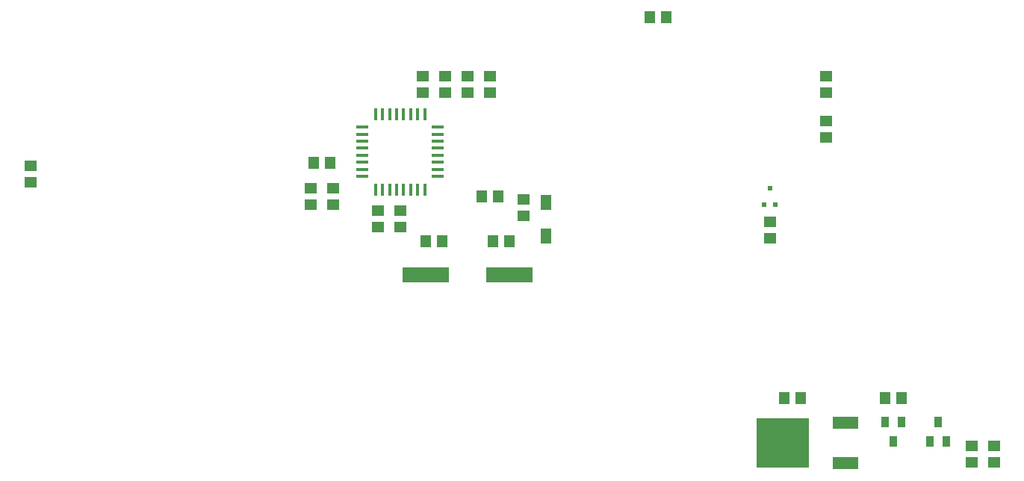
<source format=gtp>
G75*
%MOIN*%
%OFA0B0*%
%FSLAX24Y24*%
%IPPOS*%
%LPD*%
%AMOC8*
5,1,8,0,0,1.08239X$1,22.5*
%
%ADD10R,0.0159X0.0573*%
%ADD11R,0.0573X0.0159*%
%ADD12R,0.0539X0.0461*%
%ADD13R,0.0354X0.0512*%
%ADD14R,0.0461X0.0539*%
%ADD15R,0.1118X0.0567*%
%ADD16R,0.2354X0.2197*%
%ADD17R,0.2087X0.0709*%
%ADD18R,0.0248X0.0248*%
%ADD19R,0.0496X0.0665*%
D10*
X050164Y031610D03*
X050479Y031610D03*
X050794Y031610D03*
X051109Y031610D03*
X051424Y031610D03*
X051739Y031610D03*
X052054Y031610D03*
X052369Y031610D03*
X052369Y034990D03*
X052054Y034990D03*
X051739Y034990D03*
X051424Y034990D03*
X051109Y034990D03*
X050794Y034990D03*
X050479Y034990D03*
X050164Y034990D03*
D11*
X049577Y034402D03*
X049577Y034087D03*
X049577Y033772D03*
X049577Y033457D03*
X049577Y033143D03*
X049577Y032828D03*
X049577Y032513D03*
X049577Y032198D03*
X052957Y032198D03*
X052957Y032513D03*
X052957Y032828D03*
X052957Y033143D03*
X052957Y033457D03*
X052957Y033772D03*
X052957Y034087D03*
X052957Y034402D03*
D12*
X053267Y035926D03*
X053267Y036674D03*
X054267Y036674D03*
X054267Y035926D03*
X055267Y035926D03*
X055267Y036674D03*
X052267Y036674D03*
X052267Y035926D03*
X048267Y031674D03*
X047267Y031674D03*
X047267Y030926D03*
X048267Y030926D03*
X050267Y030674D03*
X051267Y030674D03*
X051267Y029926D03*
X050267Y029926D03*
X056767Y030426D03*
X056767Y031174D03*
X067767Y030174D03*
X067767Y029426D03*
X070267Y033926D03*
X070267Y034674D03*
X070267Y035926D03*
X070267Y036674D03*
X076767Y020174D03*
X076767Y019426D03*
X077767Y019426D03*
X077767Y020174D03*
X034767Y031926D03*
X034767Y032674D03*
D13*
X072893Y021233D03*
X073641Y021233D03*
X073267Y020367D03*
X074893Y020367D03*
X075641Y020367D03*
X075267Y021233D03*
D14*
X073641Y022300D03*
X072893Y022300D03*
X069141Y022300D03*
X068393Y022300D03*
X056141Y029300D03*
X055393Y029300D03*
X053141Y029300D03*
X052393Y029300D03*
X054893Y031300D03*
X055641Y031300D03*
X048141Y032800D03*
X047393Y032800D03*
X062393Y039300D03*
X063141Y039300D03*
D15*
X071156Y021198D03*
X071156Y019402D03*
D16*
X068330Y020300D03*
D17*
X052397Y027800D03*
X056137Y027800D03*
D18*
X067511Y030936D03*
X068023Y030936D03*
X067767Y031664D03*
D19*
X057767Y031048D03*
X057767Y029552D03*
M02*

</source>
